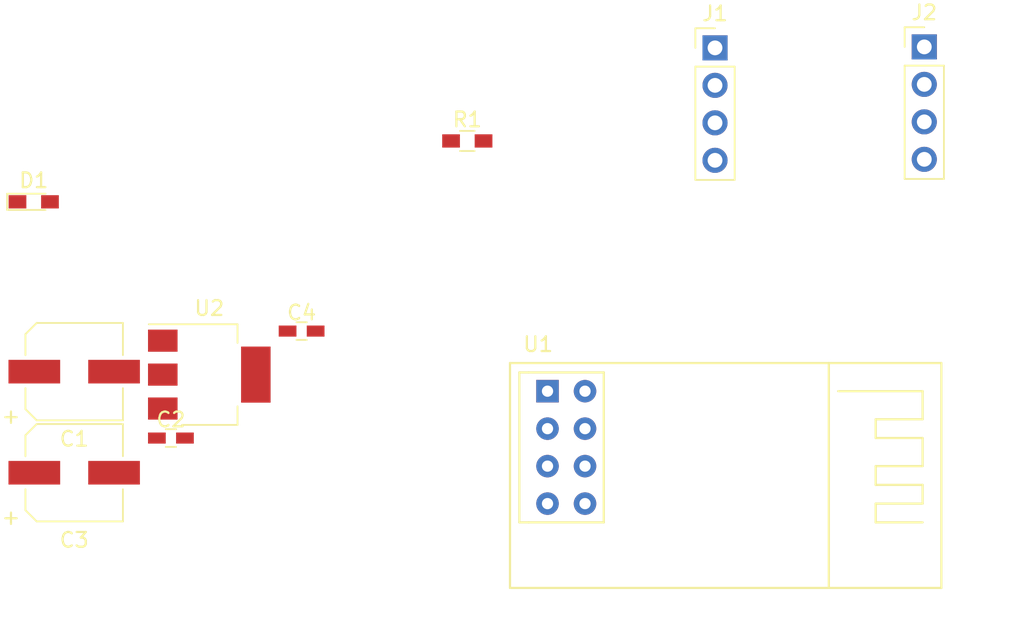
<source format=kicad_pcb>
(kicad_pcb (version 20171130) (host pcbnew "(5.0.0)")

  (general
    (thickness 1.6)
    (drawings 0)
    (tracks 0)
    (zones 0)
    (modules 10)
    (nets 11)
  )

  (page USLetter)
  (title_block
    (title "NRF24L01 breakout")
    (date 2020-10-22)
    (rev 1.0)
    (company "Universidad Sergio Arboleda")
    (comment 1 "Marco Teran")
  )

  (layers
    (0 F.Cu signal)
    (31 B.Cu signal)
    (32 B.Adhes user)
    (33 F.Adhes user)
    (34 B.Paste user)
    (35 F.Paste user)
    (36 B.SilkS user)
    (37 F.SilkS user)
    (38 B.Mask user)
    (39 F.Mask user)
    (40 Dwgs.User user)
    (41 Cmts.User user)
    (42 Eco1.User user)
    (43 Eco2.User user)
    (44 Edge.Cuts user)
    (45 Margin user)
    (46 B.CrtYd user)
    (47 F.CrtYd user)
    (48 B.Fab user)
    (49 F.Fab user)
  )

  (setup
    (last_trace_width 0.25)
    (trace_clearance 0.2)
    (zone_clearance 0.508)
    (zone_45_only no)
    (trace_min 0.2)
    (segment_width 0.2)
    (edge_width 0.15)
    (via_size 0.8)
    (via_drill 0.4)
    (via_min_size 0.4)
    (via_min_drill 0.3)
    (uvia_size 0.3)
    (uvia_drill 0.1)
    (uvias_allowed no)
    (uvia_min_size 0.2)
    (uvia_min_drill 0.1)
    (pcb_text_width 0.3)
    (pcb_text_size 1.5 1.5)
    (mod_edge_width 0.15)
    (mod_text_size 1 1)
    (mod_text_width 0.15)
    (pad_size 1.524 1.524)
    (pad_drill 0.762)
    (pad_to_mask_clearance 0.2)
    (aux_axis_origin 0 0)
    (visible_elements FFFFEF7F)
    (pcbplotparams
      (layerselection 0x010fc_ffffffff)
      (usegerberextensions false)
      (usegerberattributes false)
      (usegerberadvancedattributes false)
      (creategerberjobfile false)
      (excludeedgelayer true)
      (linewidth 0.100000)
      (plotframeref false)
      (viasonmask false)
      (mode 1)
      (useauxorigin false)
      (hpglpennumber 1)
      (hpglpenspeed 20)
      (hpglpendiameter 15.000000)
      (psnegative false)
      (psa4output false)
      (plotreference true)
      (plotvalue true)
      (plotinvisibletext false)
      (padsonsilk false)
      (subtractmaskfromsilk false)
      (outputformat 1)
      (mirror false)
      (drillshape 1)
      (scaleselection 1)
      (outputdirectory ""))
  )

  (net 0 "")
  (net 1 GND)
  (net 2 VCC)
  (net 3 +3V3)
  (net 4 "Net-(D1-Pad1)")
  (net 5 MISO)
  (net 6 SCK)
  (net 7 CE)
  (net 8 CSN)
  (net 9 MOSI)
  (net 10 IRQ)

  (net_class Default "This is the default net class."
    (clearance 0.2)
    (trace_width 0.25)
    (via_dia 0.8)
    (via_drill 0.4)
    (uvia_dia 0.3)
    (uvia_drill 0.1)
    (add_net +3V3)
    (add_net CE)
    (add_net CSN)
    (add_net GND)
    (add_net IRQ)
    (add_net MISO)
    (add_net MOSI)
    (add_net "Net-(D1-Pad1)")
    (add_net SCK)
    (add_net VCC)
  )

  (module Capacitors_SMD:CP_Elec_6.3x5.3 (layer F.Cu) (tedit 58AA8B2D) (tstamp 5F919147)
    (at 101.105301 97.200681)
    (descr "SMT capacitor, aluminium electrolytic, 6.3x5.3")
    (path /5F8A13AB/5F8A3A04)
    (attr smd)
    (fp_text reference C1 (at 0 4.56) (layer F.SilkS)
      (effects (font (size 1 1) (thickness 0.15)))
    )
    (fp_text value 10u (at 0 -4.56) (layer F.Fab)
      (effects (font (size 1 1) (thickness 0.15)))
    )
    (fp_line (start 4.7 3.4) (end -4.7 3.4) (layer F.CrtYd) (width 0.05))
    (fp_line (start 4.7 3.4) (end 4.7 -3.4) (layer F.CrtYd) (width 0.05))
    (fp_line (start -4.7 -3.4) (end -4.7 3.4) (layer F.CrtYd) (width 0.05))
    (fp_line (start -4.7 -3.4) (end 4.7 -3.4) (layer F.CrtYd) (width 0.05))
    (fp_line (start -2.54 -3.3) (end 3.3 -3.3) (layer F.SilkS) (width 0.12))
    (fp_line (start -3.3 -2.54) (end -2.54 -3.3) (layer F.SilkS) (width 0.12))
    (fp_line (start -2.54 3.3) (end -3.3 2.54) (layer F.SilkS) (width 0.12))
    (fp_line (start 3.3 3.3) (end -2.54 3.3) (layer F.SilkS) (width 0.12))
    (fp_line (start -3.3 -2.54) (end -3.3 -1.12) (layer F.SilkS) (width 0.12))
    (fp_line (start -3.3 2.54) (end -3.3 1.12) (layer F.SilkS) (width 0.12))
    (fp_line (start 3.3 -3.3) (end 3.3 -1.12) (layer F.SilkS) (width 0.12))
    (fp_line (start 3.3 3.3) (end 3.3 1.12) (layer F.SilkS) (width 0.12))
    (fp_line (start 3.15 -3.15) (end -2.48 -3.15) (layer F.Fab) (width 0.1))
    (fp_line (start -2.48 -3.15) (end -3.15 -2.48) (layer F.Fab) (width 0.1))
    (fp_line (start -3.15 -2.48) (end -3.15 2.48) (layer F.Fab) (width 0.1))
    (fp_line (start -3.15 2.48) (end -2.48 3.15) (layer F.Fab) (width 0.1))
    (fp_line (start -2.48 3.15) (end 3.15 3.15) (layer F.Fab) (width 0.1))
    (fp_line (start 3.15 3.15) (end 3.15 -3.15) (layer F.Fab) (width 0.1))
    (fp_text user %R (at 0 4.56) (layer F.Fab)
      (effects (font (size 1 1) (thickness 0.15)))
    )
    (fp_text user + (at -4.28 3.01) (layer F.SilkS)
      (effects (font (size 1 1) (thickness 0.15)))
    )
    (fp_text user + (at -1.75 -0.08) (layer F.Fab)
      (effects (font (size 1 1) (thickness 0.15)))
    )
    (fp_circle (center 0 0) (end 0.6 3) (layer F.Fab) (width 0.1))
    (pad 2 smd rect (at 2.7 0 180) (size 3.5 1.6) (layers F.Cu F.Paste F.Mask)
      (net 1 GND))
    (pad 1 smd rect (at -2.7 0 180) (size 3.5 1.6) (layers F.Cu F.Paste F.Mask)
      (net 2 VCC))
    (model Capacitors_SMD.3dshapes/CP_Elec_6.3x5.3.wrl
      (at (xyz 0 0 0))
      (scale (xyz 1 1 1))
      (rotate (xyz 0 0 180))
    )
  )

  (module Capacitors_SMD:C_0603_HandSoldering (layer F.Cu) (tedit 58AA848B) (tstamp 5F919158)
    (at 107.655301 101.700681)
    (descr "Capacitor SMD 0603, hand soldering")
    (tags "capacitor 0603")
    (path /5F8A13AB/5F8A28BB)
    (attr smd)
    (fp_text reference C2 (at 0 -1.25) (layer F.SilkS)
      (effects (font (size 1 1) (thickness 0.15)))
    )
    (fp_text value 104 (at 0 1.5) (layer F.Fab)
      (effects (font (size 1 1) (thickness 0.15)))
    )
    (fp_line (start 1.8 0.65) (end -1.8 0.65) (layer F.CrtYd) (width 0.05))
    (fp_line (start 1.8 0.65) (end 1.8 -0.65) (layer F.CrtYd) (width 0.05))
    (fp_line (start -1.8 -0.65) (end -1.8 0.65) (layer F.CrtYd) (width 0.05))
    (fp_line (start -1.8 -0.65) (end 1.8 -0.65) (layer F.CrtYd) (width 0.05))
    (fp_line (start 0.35 0.6) (end -0.35 0.6) (layer F.SilkS) (width 0.12))
    (fp_line (start -0.35 -0.6) (end 0.35 -0.6) (layer F.SilkS) (width 0.12))
    (fp_line (start -0.8 -0.4) (end 0.8 -0.4) (layer F.Fab) (width 0.1))
    (fp_line (start 0.8 -0.4) (end 0.8 0.4) (layer F.Fab) (width 0.1))
    (fp_line (start 0.8 0.4) (end -0.8 0.4) (layer F.Fab) (width 0.1))
    (fp_line (start -0.8 0.4) (end -0.8 -0.4) (layer F.Fab) (width 0.1))
    (fp_text user %R (at 0 -1.25) (layer F.Fab)
      (effects (font (size 1 1) (thickness 0.15)))
    )
    (pad 2 smd rect (at 0.95 0) (size 1.2 0.75) (layers F.Cu F.Paste F.Mask)
      (net 1 GND))
    (pad 1 smd rect (at -0.95 0) (size 1.2 0.75) (layers F.Cu F.Paste F.Mask)
      (net 2 VCC))
    (model Capacitors_SMD.3dshapes/C_0603.wrl
      (at (xyz 0 0 0))
      (scale (xyz 1 1 1))
      (rotate (xyz 0 0 0))
    )
  )

  (module Capacitors_SMD:CP_Elec_6.3x5.3 (layer F.Cu) (tedit 58AA8B2D) (tstamp 5F919174)
    (at 101.105301 104.050681)
    (descr "SMT capacitor, aluminium electrolytic, 6.3x5.3")
    (path /5F8A13AB/5F8EE3F4)
    (attr smd)
    (fp_text reference C3 (at 0 4.56) (layer F.SilkS)
      (effects (font (size 1 1) (thickness 0.15)))
    )
    (fp_text value 10u (at 0 -4.56) (layer F.Fab)
      (effects (font (size 1 1) (thickness 0.15)))
    )
    (fp_circle (center 0 0) (end 0.6 3) (layer F.Fab) (width 0.1))
    (fp_text user + (at -1.75 -0.08) (layer F.Fab)
      (effects (font (size 1 1) (thickness 0.15)))
    )
    (fp_text user + (at -4.28 3.01) (layer F.SilkS)
      (effects (font (size 1 1) (thickness 0.15)))
    )
    (fp_text user %R (at 0 4.56) (layer F.Fab)
      (effects (font (size 1 1) (thickness 0.15)))
    )
    (fp_line (start 3.15 3.15) (end 3.15 -3.15) (layer F.Fab) (width 0.1))
    (fp_line (start -2.48 3.15) (end 3.15 3.15) (layer F.Fab) (width 0.1))
    (fp_line (start -3.15 2.48) (end -2.48 3.15) (layer F.Fab) (width 0.1))
    (fp_line (start -3.15 -2.48) (end -3.15 2.48) (layer F.Fab) (width 0.1))
    (fp_line (start -2.48 -3.15) (end -3.15 -2.48) (layer F.Fab) (width 0.1))
    (fp_line (start 3.15 -3.15) (end -2.48 -3.15) (layer F.Fab) (width 0.1))
    (fp_line (start 3.3 3.3) (end 3.3 1.12) (layer F.SilkS) (width 0.12))
    (fp_line (start 3.3 -3.3) (end 3.3 -1.12) (layer F.SilkS) (width 0.12))
    (fp_line (start -3.3 2.54) (end -3.3 1.12) (layer F.SilkS) (width 0.12))
    (fp_line (start -3.3 -2.54) (end -3.3 -1.12) (layer F.SilkS) (width 0.12))
    (fp_line (start 3.3 3.3) (end -2.54 3.3) (layer F.SilkS) (width 0.12))
    (fp_line (start -2.54 3.3) (end -3.3 2.54) (layer F.SilkS) (width 0.12))
    (fp_line (start -3.3 -2.54) (end -2.54 -3.3) (layer F.SilkS) (width 0.12))
    (fp_line (start -2.54 -3.3) (end 3.3 -3.3) (layer F.SilkS) (width 0.12))
    (fp_line (start -4.7 -3.4) (end 4.7 -3.4) (layer F.CrtYd) (width 0.05))
    (fp_line (start -4.7 -3.4) (end -4.7 3.4) (layer F.CrtYd) (width 0.05))
    (fp_line (start 4.7 3.4) (end 4.7 -3.4) (layer F.CrtYd) (width 0.05))
    (fp_line (start 4.7 3.4) (end -4.7 3.4) (layer F.CrtYd) (width 0.05))
    (pad 1 smd rect (at -2.7 0 180) (size 3.5 1.6) (layers F.Cu F.Paste F.Mask)
      (net 3 +3V3))
    (pad 2 smd rect (at 2.7 0 180) (size 3.5 1.6) (layers F.Cu F.Paste F.Mask)
      (net 1 GND))
    (model Capacitors_SMD.3dshapes/CP_Elec_6.3x5.3.wrl
      (at (xyz 0 0 0))
      (scale (xyz 1 1 1))
      (rotate (xyz 0 0 180))
    )
  )

  (module Capacitors_SMD:C_0603_HandSoldering (layer F.Cu) (tedit 58AA848B) (tstamp 5F919185)
    (at 116.505301 94.450681)
    (descr "Capacitor SMD 0603, hand soldering")
    (tags "capacitor 0603")
    (path /5F8A13AB/5F8EE37A)
    (attr smd)
    (fp_text reference C4 (at 0 -1.25) (layer F.SilkS)
      (effects (font (size 1 1) (thickness 0.15)))
    )
    (fp_text value 104 (at 0 1.5) (layer F.Fab)
      (effects (font (size 1 1) (thickness 0.15)))
    )
    (fp_text user %R (at 0 -1.25) (layer F.Fab)
      (effects (font (size 1 1) (thickness 0.15)))
    )
    (fp_line (start -0.8 0.4) (end -0.8 -0.4) (layer F.Fab) (width 0.1))
    (fp_line (start 0.8 0.4) (end -0.8 0.4) (layer F.Fab) (width 0.1))
    (fp_line (start 0.8 -0.4) (end 0.8 0.4) (layer F.Fab) (width 0.1))
    (fp_line (start -0.8 -0.4) (end 0.8 -0.4) (layer F.Fab) (width 0.1))
    (fp_line (start -0.35 -0.6) (end 0.35 -0.6) (layer F.SilkS) (width 0.12))
    (fp_line (start 0.35 0.6) (end -0.35 0.6) (layer F.SilkS) (width 0.12))
    (fp_line (start -1.8 -0.65) (end 1.8 -0.65) (layer F.CrtYd) (width 0.05))
    (fp_line (start -1.8 -0.65) (end -1.8 0.65) (layer F.CrtYd) (width 0.05))
    (fp_line (start 1.8 0.65) (end 1.8 -0.65) (layer F.CrtYd) (width 0.05))
    (fp_line (start 1.8 0.65) (end -1.8 0.65) (layer F.CrtYd) (width 0.05))
    (pad 1 smd rect (at -0.95 0) (size 1.2 0.75) (layers F.Cu F.Paste F.Mask)
      (net 3 +3V3))
    (pad 2 smd rect (at 0.95 0) (size 1.2 0.75) (layers F.Cu F.Paste F.Mask)
      (net 1 GND))
    (model Capacitors_SMD.3dshapes/C_0603.wrl
      (at (xyz 0 0 0))
      (scale (xyz 1 1 1))
      (rotate (xyz 0 0 0))
    )
  )

  (module LEDs:LED_0603_HandSoldering (layer F.Cu) (tedit 595FC9C0) (tstamp 5F91919A)
    (at 98.365301 85.690681)
    (descr "LED SMD 0603, hand soldering")
    (tags "LED 0603")
    (path /5F89E7B4)
    (attr smd)
    (fp_text reference D1 (at 0 -1.45) (layer F.SilkS)
      (effects (font (size 1 1) (thickness 0.15)))
    )
    (fp_text value LED (at 0 1.55) (layer F.Fab)
      (effects (font (size 1 1) (thickness 0.15)))
    )
    (fp_line (start -0.8 -0.4) (end -0.8 0.4) (layer F.Fab) (width 0.1))
    (fp_line (start 1.95 0.7) (end -1.96 0.7) (layer F.CrtYd) (width 0.05))
    (fp_line (start 1.95 0.7) (end 1.95 -0.7) (layer F.CrtYd) (width 0.05))
    (fp_line (start -1.96 -0.7) (end -1.96 0.7) (layer F.CrtYd) (width 0.05))
    (fp_line (start -1.96 -0.7) (end 1.95 -0.7) (layer F.CrtYd) (width 0.05))
    (fp_line (start -1.8 -0.55) (end 0.8 -0.55) (layer F.SilkS) (width 0.12))
    (fp_line (start -1.8 0.55) (end 0.8 0.55) (layer F.SilkS) (width 0.12))
    (fp_line (start -0.8 -0.4) (end 0.8 -0.4) (layer F.Fab) (width 0.1))
    (fp_line (start 0.8 -0.4) (end 0.8 0.4) (layer F.Fab) (width 0.1))
    (fp_line (start 0.8 0.4) (end -0.8 0.4) (layer F.Fab) (width 0.1))
    (fp_line (start 0.15 -0.2) (end 0.15 0.2) (layer F.Fab) (width 0.1))
    (fp_line (start 0.15 0.2) (end -0.15 0) (layer F.Fab) (width 0.1))
    (fp_line (start -0.15 0) (end 0.15 -0.2) (layer F.Fab) (width 0.1))
    (fp_line (start -0.2 -0.2) (end -0.2 0.2) (layer F.Fab) (width 0.1))
    (fp_line (start -1.8 -0.55) (end -1.8 0.55) (layer F.SilkS) (width 0.12))
    (pad 2 smd rect (at 1.1 0) (size 1.2 0.9) (layers F.Cu F.Paste F.Mask)
      (net 3 +3V3))
    (pad 1 smd rect (at -1.1 0) (size 1.2 0.9) (layers F.Cu F.Paste F.Mask)
      (net 4 "Net-(D1-Pad1)"))
    (model ${KISYS3DMOD}/LEDs.3dshapes/LED_0603.wrl
      (at (xyz 0 0 0))
      (scale (xyz 1 1 1))
      (rotate (xyz 0 0 180))
    )
  )

  (module Pin_Headers:Pin_Header_Straight_1x04_Pitch2.54mm (layer F.Cu) (tedit 59650532) (tstamp 5F9191B2)
    (at 144.5006 75.25766)
    (descr "Through hole straight pin header, 1x04, 2.54mm pitch, single row")
    (tags "Through hole pin header THT 1x04 2.54mm single row")
    (path /5F917E65)
    (fp_text reference J1 (at 0 -2.33) (layer F.SilkS)
      (effects (font (size 1 1) (thickness 0.15)))
    )
    (fp_text value Conn_01x04_Male (at 0 9.95) (layer F.Fab)
      (effects (font (size 1 1) (thickness 0.15)))
    )
    (fp_text user %R (at 0 3.81 90) (layer F.Fab)
      (effects (font (size 1 1) (thickness 0.15)))
    )
    (fp_line (start 1.8 -1.8) (end -1.8 -1.8) (layer F.CrtYd) (width 0.05))
    (fp_line (start 1.8 9.4) (end 1.8 -1.8) (layer F.CrtYd) (width 0.05))
    (fp_line (start -1.8 9.4) (end 1.8 9.4) (layer F.CrtYd) (width 0.05))
    (fp_line (start -1.8 -1.8) (end -1.8 9.4) (layer F.CrtYd) (width 0.05))
    (fp_line (start -1.33 -1.33) (end 0 -1.33) (layer F.SilkS) (width 0.12))
    (fp_line (start -1.33 0) (end -1.33 -1.33) (layer F.SilkS) (width 0.12))
    (fp_line (start -1.33 1.27) (end 1.33 1.27) (layer F.SilkS) (width 0.12))
    (fp_line (start 1.33 1.27) (end 1.33 8.95) (layer F.SilkS) (width 0.12))
    (fp_line (start -1.33 1.27) (end -1.33 8.95) (layer F.SilkS) (width 0.12))
    (fp_line (start -1.33 8.95) (end 1.33 8.95) (layer F.SilkS) (width 0.12))
    (fp_line (start -1.27 -0.635) (end -0.635 -1.27) (layer F.Fab) (width 0.1))
    (fp_line (start -1.27 8.89) (end -1.27 -0.635) (layer F.Fab) (width 0.1))
    (fp_line (start 1.27 8.89) (end -1.27 8.89) (layer F.Fab) (width 0.1))
    (fp_line (start 1.27 -1.27) (end 1.27 8.89) (layer F.Fab) (width 0.1))
    (fp_line (start -0.635 -1.27) (end 1.27 -1.27) (layer F.Fab) (width 0.1))
    (pad 4 thru_hole oval (at 0 7.62) (size 1.7 1.7) (drill 1) (layers *.Cu *.Mask)
      (net 5 MISO))
    (pad 3 thru_hole oval (at 0 5.08) (size 1.7 1.7) (drill 1) (layers *.Cu *.Mask)
      (net 6 SCK))
    (pad 2 thru_hole oval (at 0 2.54) (size 1.7 1.7) (drill 1) (layers *.Cu *.Mask)
      (net 7 CE))
    (pad 1 thru_hole rect (at 0 0) (size 1.7 1.7) (drill 1) (layers *.Cu *.Mask)
      (net 1 GND))
    (model ${KISYS3DMOD}/Pin_Headers.3dshapes/Pin_Header_Straight_1x04_Pitch2.54mm.wrl
      (at (xyz 0 0 0))
      (scale (xyz 1 1 1))
      (rotate (xyz 0 0 0))
    )
  )

  (module Pin_Headers:Pin_Header_Straight_1x04_Pitch2.54mm (layer F.Cu) (tedit 59650532) (tstamp 5F9191CA)
    (at 158.67126 75.19162)
    (descr "Through hole straight pin header, 1x04, 2.54mm pitch, single row")
    (tags "Through hole pin header THT 1x04 2.54mm single row")
    (path /5F917EB2)
    (fp_text reference J2 (at 0 -2.33) (layer F.SilkS)
      (effects (font (size 1 1) (thickness 0.15)))
    )
    (fp_text value Conn_01x04_Male (at 0 9.95) (layer F.Fab)
      (effects (font (size 1 1) (thickness 0.15)))
    )
    (fp_line (start -0.635 -1.27) (end 1.27 -1.27) (layer F.Fab) (width 0.1))
    (fp_line (start 1.27 -1.27) (end 1.27 8.89) (layer F.Fab) (width 0.1))
    (fp_line (start 1.27 8.89) (end -1.27 8.89) (layer F.Fab) (width 0.1))
    (fp_line (start -1.27 8.89) (end -1.27 -0.635) (layer F.Fab) (width 0.1))
    (fp_line (start -1.27 -0.635) (end -0.635 -1.27) (layer F.Fab) (width 0.1))
    (fp_line (start -1.33 8.95) (end 1.33 8.95) (layer F.SilkS) (width 0.12))
    (fp_line (start -1.33 1.27) (end -1.33 8.95) (layer F.SilkS) (width 0.12))
    (fp_line (start 1.33 1.27) (end 1.33 8.95) (layer F.SilkS) (width 0.12))
    (fp_line (start -1.33 1.27) (end 1.33 1.27) (layer F.SilkS) (width 0.12))
    (fp_line (start -1.33 0) (end -1.33 -1.33) (layer F.SilkS) (width 0.12))
    (fp_line (start -1.33 -1.33) (end 0 -1.33) (layer F.SilkS) (width 0.12))
    (fp_line (start -1.8 -1.8) (end -1.8 9.4) (layer F.CrtYd) (width 0.05))
    (fp_line (start -1.8 9.4) (end 1.8 9.4) (layer F.CrtYd) (width 0.05))
    (fp_line (start 1.8 9.4) (end 1.8 -1.8) (layer F.CrtYd) (width 0.05))
    (fp_line (start 1.8 -1.8) (end -1.8 -1.8) (layer F.CrtYd) (width 0.05))
    (fp_text user %R (at 0 3.81 90) (layer F.Fab)
      (effects (font (size 1 1) (thickness 0.15)))
    )
    (pad 1 thru_hole rect (at 0 0) (size 1.7 1.7) (drill 1) (layers *.Cu *.Mask)
      (net 2 VCC))
    (pad 2 thru_hole oval (at 0 2.54) (size 1.7 1.7) (drill 1) (layers *.Cu *.Mask)
      (net 8 CSN))
    (pad 3 thru_hole oval (at 0 5.08) (size 1.7 1.7) (drill 1) (layers *.Cu *.Mask)
      (net 9 MOSI))
    (pad 4 thru_hole oval (at 0 7.62) (size 1.7 1.7) (drill 1) (layers *.Cu *.Mask)
      (net 10 IRQ))
    (model ${KISYS3DMOD}/Pin_Headers.3dshapes/Pin_Header_Straight_1x04_Pitch2.54mm.wrl
      (at (xyz 0 0 0))
      (scale (xyz 1 1 1))
      (rotate (xyz 0 0 0))
    )
  )

  (module Resistors_SMD:R_0603_HandSoldering (layer F.Cu) (tedit 58E0A804) (tstamp 5F9191DB)
    (at 127.725301 81.565681)
    (descr "Resistor SMD 0603, hand soldering")
    (tags "resistor 0603")
    (path /5F89F465)
    (attr smd)
    (fp_text reference R1 (at 0 -1.45) (layer F.SilkS)
      (effects (font (size 1 1) (thickness 0.15)))
    )
    (fp_text value 1k (at 0 1.55) (layer F.Fab)
      (effects (font (size 1 1) (thickness 0.15)))
    )
    (fp_line (start 1.95 0.7) (end -1.96 0.7) (layer F.CrtYd) (width 0.05))
    (fp_line (start 1.95 0.7) (end 1.95 -0.7) (layer F.CrtYd) (width 0.05))
    (fp_line (start -1.96 -0.7) (end -1.96 0.7) (layer F.CrtYd) (width 0.05))
    (fp_line (start -1.96 -0.7) (end 1.95 -0.7) (layer F.CrtYd) (width 0.05))
    (fp_line (start -0.5 -0.68) (end 0.5 -0.68) (layer F.SilkS) (width 0.12))
    (fp_line (start 0.5 0.68) (end -0.5 0.68) (layer F.SilkS) (width 0.12))
    (fp_line (start -0.8 -0.4) (end 0.8 -0.4) (layer F.Fab) (width 0.1))
    (fp_line (start 0.8 -0.4) (end 0.8 0.4) (layer F.Fab) (width 0.1))
    (fp_line (start 0.8 0.4) (end -0.8 0.4) (layer F.Fab) (width 0.1))
    (fp_line (start -0.8 0.4) (end -0.8 -0.4) (layer F.Fab) (width 0.1))
    (fp_text user %R (at 0 0) (layer F.Fab)
      (effects (font (size 0.4 0.4) (thickness 0.075)))
    )
    (pad 2 smd rect (at 1.1 0) (size 1.2 0.9) (layers F.Cu F.Paste F.Mask)
      (net 1 GND))
    (pad 1 smd rect (at -1.1 0) (size 1.2 0.9) (layers F.Cu F.Paste F.Mask)
      (net 4 "Net-(D1-Pad1)"))
    (model ${KISYS3DMOD}/Resistors_SMD.3dshapes/R_0603.wrl
      (at (xyz 0 0 0))
      (scale (xyz 1 1 1))
      (rotate (xyz 0 0 0))
    )
  )

  (module mycustomfootprints:nrf24l01_custom (layer F.Cu) (tedit 5F918B8D) (tstamp 5F919208)
    (at 138.23696 103.60406)
    (path /5F8F0E95)
    (fp_text reference U1 (at -5.715 -8.255) (layer F.SilkS)
      (effects (font (size 1 1) (thickness 0.15)))
    )
    (fp_text value nrf24l01 (at -1.27 9.525) (layer F.Fab)
      (effects (font (size 1 1) (thickness 0.15)))
    )
    (fp_line (start -5.08 8.255) (end -5.08 2.54) (layer F.Fab) (width 0.15))
    (fp_line (start -5.08 -5.08) (end -5.08 -6.985) (layer F.Fab) (width 0.15))
    (fp_line (start -7.62 -6.985) (end -7.62 8.255) (layer F.Fab) (width 0.15))
    (fp_line (start -7.62 8.255) (end 13.97 8.255) (layer F.Fab) (width 0.15))
    (fp_line (start 13.97 8.255) (end 13.97 -6.985) (layer F.Fab) (width 0.15))
    (fp_line (start 13.97 -6.985) (end -7.62 -6.985) (layer F.Fab) (width 0.15))
    (fp_line (start 13.97 8.255) (end 21.59 8.255) (layer F.Fab) (width 0.15))
    (fp_line (start 21.59 8.255) (end 21.59 -6.985) (layer F.Fab) (width 0.15))
    (fp_line (start 21.59 -6.985) (end 13.97 -6.985) (layer F.Fab) (width 0.15))
    (fp_line (start -7.62 -6.985) (end -7.62 8.255) (layer F.SilkS) (width 0.15))
    (fp_line (start -7.62 8.255) (end 21.59 8.255) (layer F.SilkS) (width 0.15))
    (fp_line (start 21.59 8.255) (end 21.59 -6.985) (layer F.SilkS) (width 0.15))
    (fp_line (start 21.59 -6.985) (end -7.62 -6.985) (layer F.SilkS) (width 0.15))
    (fp_line (start 13.97 -6.985) (end 13.97 8.255) (layer F.SilkS) (width 0.15))
    (fp_line (start 14.605 -5.08) (end 20.32 -5.08) (layer F.SilkS) (width 0.15))
    (fp_line (start 20.32 -5.08) (end 20.32 -3.175) (layer F.SilkS) (width 0.15))
    (fp_line (start 20.32 -3.175) (end 17.145 -3.175) (layer F.SilkS) (width 0.15))
    (fp_line (start 17.145 -3.175) (end 17.145 -1.905) (layer F.SilkS) (width 0.15))
    (fp_line (start 17.145 -1.905) (end 20.32 -1.905) (layer F.SilkS) (width 0.15))
    (fp_line (start 20.32 -1.905) (end 20.32 0) (layer F.SilkS) (width 0.15))
    (fp_line (start 20.32 0) (end 17.145 0) (layer F.SilkS) (width 0.15))
    (fp_line (start 17.145 0) (end 17.145 1.27) (layer F.SilkS) (width 0.15))
    (fp_line (start 17.145 1.27) (end 20.32 1.27) (layer F.SilkS) (width 0.15))
    (fp_line (start 20.32 1.27) (end 20.32 2.54) (layer F.SilkS) (width 0.15))
    (fp_line (start 20.32 2.54) (end 17.145 2.54) (layer F.SilkS) (width 0.15))
    (fp_line (start 17.145 2.54) (end 17.145 3.81) (layer F.SilkS) (width 0.15))
    (fp_line (start 17.145 3.81) (end 20.32 3.81) (layer F.SilkS) (width 0.15))
    (fp_line (start -6.35 -6.35) (end -1.27 -6.35) (layer F.SilkS) (width 0.15))
    (fp_line (start -1.27 -6.35) (end -1.27 3.81) (layer F.SilkS) (width 0.15))
    (fp_line (start -1.27 3.81) (end -6.35 3.81) (layer F.SilkS) (width 0.15))
    (fp_line (start -6.35 3.81) (end -6.985 3.81) (layer F.SilkS) (width 0.15))
    (fp_line (start -6.985 3.81) (end -6.985 -6.35) (layer F.SilkS) (width 0.15))
    (fp_line (start -6.985 -6.35) (end -6.35 -6.35) (layer F.SilkS) (width 0.15))
    (pad 1 thru_hole rect (at -5.08 -5.08) (size 1.524 1.524) (drill 0.762) (layers *.Cu *.Mask)
      (net 1 GND))
    (pad 2 thru_hole circle (at -2.54 -5.08) (size 1.524 1.524) (drill 0.762) (layers *.Cu *.Mask)
      (net 3 +3V3))
    (pad 3 thru_hole circle (at -5.08 -2.54) (size 1.524 1.524) (drill 0.762) (layers *.Cu *.Mask)
      (net 7 CE))
    (pad 4 thru_hole circle (at -2.54 -2.54) (size 1.524 1.524) (drill 0.762) (layers *.Cu *.Mask)
      (net 8 CSN))
    (pad 5 thru_hole circle (at -5.08 0) (size 1.524 1.524) (drill 0.762) (layers *.Cu *.Mask)
      (net 6 SCK))
    (pad 6 thru_hole circle (at -2.54 0) (size 1.524 1.524) (drill 0.762) (layers *.Cu *.Mask)
      (net 9 MOSI))
    (pad 7 thru_hole circle (at -5.08 2.54) (size 1.524 1.524) (drill 0.762) (layers *.Cu *.Mask)
      (net 5 MISO))
    (pad 8 thru_hole circle (at -2.54 2.54) (size 1.524 1.524) (drill 0.762) (layers *.Cu *.Mask)
      (net 10 IRQ))
  )

  (module TO_SOT_Packages_SMD:SOT-223 (layer F.Cu) (tedit 58CE4E7E) (tstamp 5F91921E)
    (at 110.255301 97.400681)
    (descr "module CMS SOT223 4 pins")
    (tags "CMS SOT")
    (path /5F8A13AB/5F8ED7C3)
    (attr smd)
    (fp_text reference U2 (at 0 -4.5) (layer F.SilkS)
      (effects (font (size 1 1) (thickness 0.15)))
    )
    (fp_text value LM1117-3.3 (at 0 4.5) (layer F.Fab)
      (effects (font (size 1 1) (thickness 0.15)))
    )
    (fp_line (start 1.85 -3.35) (end 1.85 3.35) (layer F.Fab) (width 0.1))
    (fp_line (start -1.85 3.35) (end 1.85 3.35) (layer F.Fab) (width 0.1))
    (fp_line (start -4.1 -3.41) (end 1.91 -3.41) (layer F.SilkS) (width 0.12))
    (fp_line (start -0.8 -3.35) (end 1.85 -3.35) (layer F.Fab) (width 0.1))
    (fp_line (start -1.85 3.41) (end 1.91 3.41) (layer F.SilkS) (width 0.12))
    (fp_line (start -1.85 -2.3) (end -1.85 3.35) (layer F.Fab) (width 0.1))
    (fp_line (start -4.4 -3.6) (end -4.4 3.6) (layer F.CrtYd) (width 0.05))
    (fp_line (start -4.4 3.6) (end 4.4 3.6) (layer F.CrtYd) (width 0.05))
    (fp_line (start 4.4 3.6) (end 4.4 -3.6) (layer F.CrtYd) (width 0.05))
    (fp_line (start 4.4 -3.6) (end -4.4 -3.6) (layer F.CrtYd) (width 0.05))
    (fp_line (start 1.91 -3.41) (end 1.91 -2.15) (layer F.SilkS) (width 0.12))
    (fp_line (start 1.91 3.41) (end 1.91 2.15) (layer F.SilkS) (width 0.12))
    (fp_line (start -1.85 -2.3) (end -0.8 -3.35) (layer F.Fab) (width 0.1))
    (fp_text user %R (at 0 0 90) (layer F.Fab)
      (effects (font (size 0.8 0.8) (thickness 0.12)))
    )
    (pad 1 smd rect (at -3.15 -2.3) (size 2 1.5) (layers F.Cu F.Paste F.Mask)
      (net 1 GND))
    (pad 3 smd rect (at -3.15 2.3) (size 2 1.5) (layers F.Cu F.Paste F.Mask)
      (net 2 VCC))
    (pad 2 smd rect (at -3.15 0) (size 2 1.5) (layers F.Cu F.Paste F.Mask)
      (net 3 +3V3))
    (pad 4 smd rect (at 3.15 0) (size 2 3.8) (layers F.Cu F.Paste F.Mask))
    (model ${KISYS3DMOD}/TO_SOT_Packages_SMD.3dshapes/SOT-223.wrl
      (at (xyz 0 0 0))
      (scale (xyz 1 1 1))
      (rotate (xyz 0 0 0))
    )
  )

)

</source>
